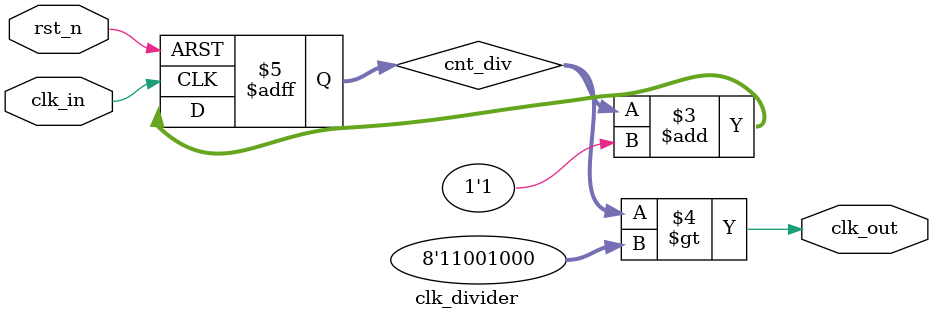
<source format=v>

module clk_divider
#(
  parameter WIDTH = 8   
)
(
 input  clk_in,
 input  rst_n,
 output clk_out
);

  reg [WIDTH-1:0] cnt_div;
  
  always@(posedge clk_in or negedge rst_n)
  begin
    if(!rst_n)
      cnt_div <= {WIDTH{1'b0}};
    else
      cnt_div <= cnt_div + 1'b1;
  end
   
    assign clk_out = cnt_div > 8'b11001000;
   
endmodule
  
  
  

</source>
